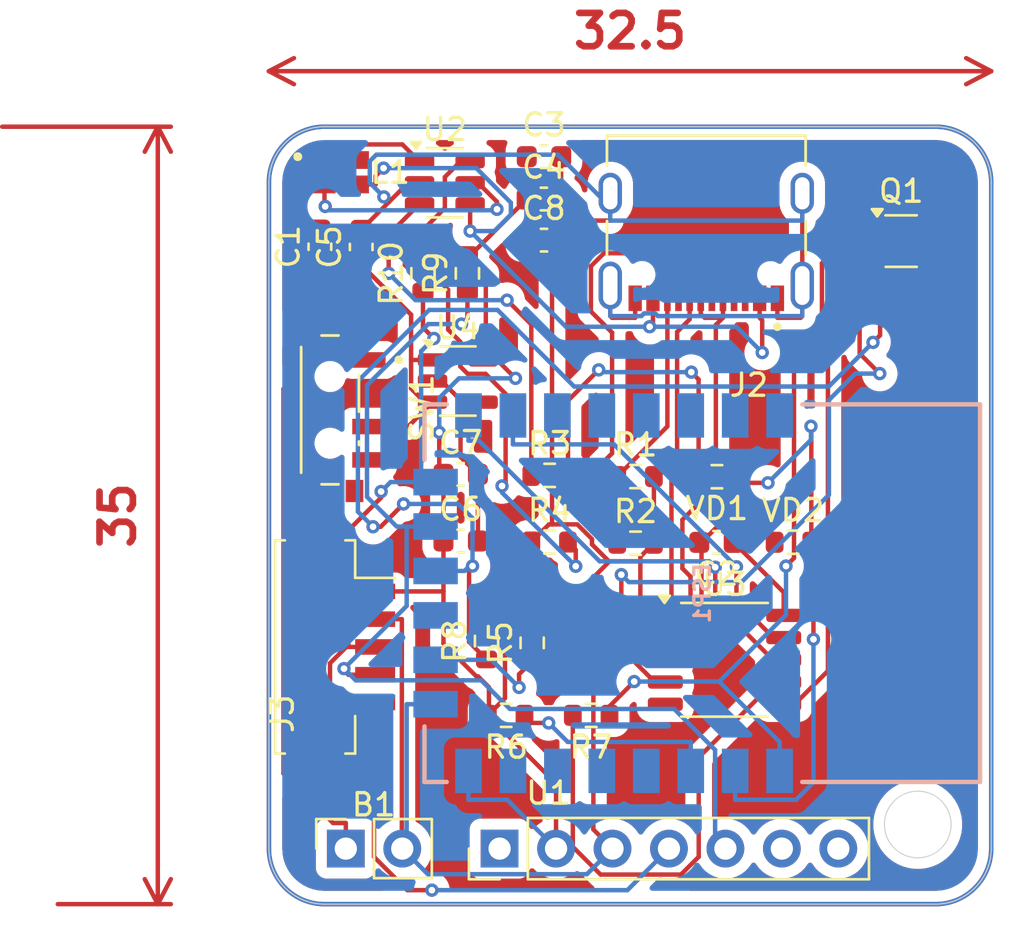
<source format=kicad_pcb>
(kicad_pcb (version 20241229) (generator "pcbnew") (generator_version "9.0")
  (layers (0 "F.Cu" signal) (2 "B.Cu" signal) (13 "F.Paste" user) (15 "B.Paste" user) (5 "F.SilkS" user "F.Silkscreen") (7 "B.SilkS" user "B.Silkscreen") (1 "F.Mask" user) (3 "B.Mask" user) (25 "Edge.Cuts" user))
  (net 0 "")
  (net 1 "BAT+")
  (net 2 "Net-(U3-V3)")
  (net 3 "+3V3")
  (net 4 "VIN")
  (net 5 "LED")
  (net 10 "ADC")
  (net 13 "EN")
  (net 14 "RST")
  (net 16 "SDA")
  (net 19 "SCL")
  (net 20 "GPIO0")
  (net 22 "TX")
  (net 23 "RX")
  (net 24 "GPIO15")
  (net 26 "G")
  (net 27 "R")
  (net 28 "DTR")
  (net 29 "RTS")
  (net 30 "Net-(J2-CC1)")
  (net 31 "Net-(J2-CC2)")
  (net 32 "BTS")
  (net 33 "Net-(U2-PROG)")
  (net 39 "DN")
  (net 40 "DP")
  (net 42 "GND")
  (net 43 "+5V")
  (footprint "Resistor_SMD:R_0603_1608Metric" (layer "F.Cu") (at 134.3461 118.2361 90)
    (property "Reference" "R5")
    (property "Value" "4.7k")
  )
  (footprint "Resistor_SMD:R_0603_1608Metric" (layer "F.Cu") (at 142.6594 110.7575 180)
    (property "Reference" "VD1")
    (property "Value" "220k")
  )
  (footprint "SlimeFootprints:SW_SSSS811101" (layer "F.Cu") (at 125.25 107.75 -90)
    (property "Reference" "SW1")
    (property "Value" "SW_SPDT")
  )
  (footprint "Connector_PinHeader_2.54mm:PinHeader_1x07_P2.54mm_Vertical" (layer "F.Cu") (at 132.88 127.5 90)
    (property "Reference" "U1")
    (property "Value" "ICM-45686")
  )
  (footprint "SlimeFootprints:KINGHELM_KH-TYPE-C-16P" (layer "F.Cu") (at 142.18 98 180)
    (property "Reference" "J2")
    (property "Value" "USB_C-16p")
  )
  (footprint "Capacitor_SMD:C_0603_1608Metric" (layer "F.Cu") (at 134.877 96.3489)
    (property "Reference" "C3")
    (property "Value" "100nF")
  )
  (footprint "Package_SO:SOIC-10_3.9x4.9mm_P1mm" (layer "F.Cu") (at 143 119)
    (property "Reference" "U3")
    (property "Value" "CH340K")
  )
  (footprint "Capacitor_SMD:C_0603_1608Metric" (layer "F.Cu") (at 131.1294 110.6512)
    (property "Reference" "C7")
    (property "Value" "100nF")
  )
  (footprint "Package_TO_SOT_SMD:TSOT-23-6" (layer "F.Cu") (at 130.4165 97.5228)
    (property "Reference" "U2")
    (property "Value" "TP4057")
  )
  (footprint "Capacitor_SMD:C_0603_1608Metric" (layer "F.Cu") (at 134.8779 100.1068)
    (property "Reference" "C8")
    (property "Value" "100nF")
  )
  (footprint "Capacitor_SMD:C_0603_1608Metric" (layer "F.Cu") (at 124.7933 100.4042 90)
    (property "Reference" "C1")
    (property "Value" "10uF")
  )
  (footprint "Resistor_SMD:R_0603_1608Metric" (layer "F.Cu") (at 146.0806 113.7069)
    (property "Reference" "VD2")
    (property "Value" "100k")
  )
  (footprint "Package_TO_SOT_SMD:SOT-23-5" (layer "F.Cu") (at 131 106.45)
    (property "Reference" "U4")
    (property "Value" "ME6211C33M5")
  )
  (footprint "Connector_Hirose:Hirose_DF13C_CL535-0405-0-51_1x05-1MP_P1.25mm_Vertical" (layer "F.Cu") (at 125.83 118.4213 -90)
    (property "Reference" "J3")
    (property "Value" "4P4C")
  )
  (footprint "Capacitor_SMD:C_0603_1608Metric" (layer "F.Cu") (at 126.6518 100.4149 90)
    (property "Reference" "C5")
    (property "Value" "1uF")
  )
  (footprint "Package_TO_SOT_SMD:SOT-363_SC-70-6" (layer "F.Cu") (at 150.95 100.15)
    (property "Reference" "Q1")
    (property "Value" "UMH3N")
  )
  (footprint "SlimeFootprints:LED_CLMVC-FKA-CG1H1A1BB7D3C3" (layer "F.Cu") (at 125.75 97.05)
    (property "Reference" "L1")
    (property "Value" "NH-B2020RGBA-HF" (hide yes))
  )
  (footprint "Capacitor_SMD:C_0603_1608Metric" (layer "F.Cu") (at 142.6397 113.7129 180)
    (property "Reference" "C2")
    (property "Value" "100nF")
  )
  (footprint "Resistor_SMD:R_0603_1608Metric" (layer "F.Cu") (at 129.4321 101.6024 90)
    (property "Reference" "R10")
    (property "Value" "4.7k")
  )
  (footprint "Resistor_SMD:R_0603_1608Metric" (layer "F.Cu") (at 135.1318 113.6976)
    (property "Reference" "R4")
    (property "Value" "3k")
  )
  (footprint "Resistor_SMD:R_0603_1608Metric" (layer "F.Cu") (at 135.1318 110.6976)
    (property "Reference" "R3")
    (property "Value" "180k")
  )
  (footprint "Capacitor_SMD:C_0603_1608Metric" (layer "F.Cu") (at 134.8725 98.2561)
    (property "Reference" "C4")
    (property "Value" "1uF")
  )
  (footprint "Resistor_SMD:R_0603_1608Metric" (layer "F.Cu") (at 138.9968 110.7516)
    (property "Reference" "R1")
    (property "Value" "5.1k")
  )
  (footprint "Resistor_SMD:R_0603_1608Metric" (layer "F.Cu") (at 133.175 121.5 180)
    (property "Reference" "R6")
    (property "Value" "4.7k")
  )
  (footprint "Resistor_SMD:R_0603_1608Metric" (layer "F.Cu") (at 131.4321 101.6024 90)
    (property "Reference" "R9")
    (property "Value" "4.7k")
  )
  (footprint "Resistor_SMD:R_0603_1608Metric" (layer "F.Cu") (at 138.9968 113.7516)
    (property "Reference" "R2")
    (property "Value" "5.1k")
  )
  (footprint "Resistor_SMD:R_0603_1608Metric" (layer "F.Cu") (at 137 121.5 180)
    (property "Reference" "R7")
    (property "Value" "4.7k")
  )
  (footprint "Capacitor_SMD:C_0603_1608Metric" (layer "F.Cu") (at 131.1294 113.6512)
    (property "Reference" "C6")
    (property "Value" "1uF")
  )
  (footprint "Resistor_SMD:R_0603_1608Metric" (layer "F.Cu") (at 132.2921 118.1586 90)
    (property "Reference" "R8")
    (property "Value" "4.7k")
  )
  (footprint "Connector_PinSocket_2.54mm:PinSocket_1x02_P2.54mm_Vertical" (layer "F.Cu") (at 125.96 127.5 90)
    (property "Reference" "B1")
    (property "Value" "HDR-M-2.54_1x2" (hide yes))
  )
  (footprint "SlimeFootprints:ESP-12F" (layer "B.Cu") (at 142 116 90)
    (property "Reference" "ESP1")
    (property "Value" "~")
  )
  (gr_line (start 150 130) (end 125 130) (stroke (width 0.2)) (layer "F.Cu"))
  (gr_line (start 125 95) (end 150 95) (stroke (width 0.2)) (layer "F.Cu"))
  (gr_arc (start 122.5 97.5) (mid 123.232233 95.732233) (end 125 95) (stroke (width 0.2)) (layer "F.Cu"))
  (gr_line (start 155 97.5) (end 155 127.5) (stroke (width 0.2)) (layer "F.Cu"))
  (gr_line (start 122.5 127.5) (end 122.5 97.5) (stroke (width 0.2)) (layer "F.Cu"))
  (gr_line (start 150 130) (end 152.5 130) (stroke (width 0.2)) (layer "F.Cu"))
  (gr_arc (start 152.5 95) (mid 154.267767 95.732233) (end 155 97.5) (stroke (width 0.2)) (layer "F.Cu"))
  (gr_line (start 150 95) (end 152.5 95) (stroke (width 0.2)) (layer "F.Cu"))
  (gr_arc (start 125 130) (mid 123.232233 129.267767) (end 122.5 127.5) (stroke (width 0.2)) (layer "F.Cu"))
  (gr_arc (start 155 127.5) (mid 154.267767 129.267767) (end 152.5 130) (stroke (width 0.2)) (layer "F.Cu"))
  (gr_line (start 125 130) (end 152.5 130) (stroke (width 0.2)) (layer "B.Cu"))
  (gr_line (start 122.5 127.5) (end 122.5 97.5) (stroke (width 0.2)) (layer "B.Cu"))
  (gr_arc (start 122.5 97.5) (mid 123.232233 95.732233) (end 125 95) (stroke (width 0.2)) (layer "B.Cu"))
  (gr_arc (start 155 127.5) (mid 154.267767 129.267767) (end 152.5 130) (stroke (width 0.2)) (layer "B.Cu"))
  (gr_arc (start 152.5 95) (mid 154.267767 95.732233) (end 155 97.5) (stroke (width 0.2)) (layer "B.Cu"))
  (gr_line (start 155 97.5) (end 155 127.5) (stroke (width 0.2)) (layer "B.Cu"))
  (gr_arc (start 125 130) (mid 123.232233 129.267767) (end 122.5 127.5) (stroke (width 0.2)) (layer "B.Cu"))
  (gr_line (start 125 95) (end 152.5 95) (stroke (width 0.2)) (layer "B.Cu"))
  (gr_arc (start 122.5 97.5) (mid 123.232233 95.732233) (end 125 95) (stroke (width 0.05)) (layer "Edge.Cuts"))
  (gr_circle (center 151.695025 126.414151) (end 153.195025 126.414151) (stroke (width 0.05)) (fill no) (layer "Edge.Cuts"))
  (gr_line (start 125 130) (end 152.5 130) (stroke (width 0.05)) (layer "Edge.Cuts"))
  (gr_line (start 152.5 95) (end 125 95) (stroke (width 0.05)) (layer "Edge.Cuts"))
  (gr_arc (start 155 127.5) (mid 154.267767 129.267767) (end 152.5 130) (stroke (width 0.05)) (layer "Edge.Cuts"))
  (gr_line (start 122.5 97.5) (end 122.5 127.5) (stroke (width 0.05)) (layer "Edge.Cuts"))
  (gr_arc (start 125 130) (mid 123.232233 129.267767) (end 122.5 127.5) (stroke (width 0.05)) (layer "Edge.Cuts"))
  (gr_arc (start 152.5 95) (mid 154.267767 95.732233) (end 155 97.5) (stroke (width 0.05)) (layer "Edge.Cuts"))
  (gr_line (start 155 127.5) (end 155 97.5) (stroke (width 0.05)) (layer "Edge.Cuts"))
  (dimension (type orthogonal) (layer "F.Cu") (pts (xy 110 95) (xy 112.5 130)) (height 7.5) (orientation 1) (format (prefix "") (suffix "") (units 3) (units_format 0) (precision 4) (suppress_zeroes yes)) (style (thickness 0.2) (arrow_length 1.27) (text_position_mode 0) (arrow_direction outward) (extension_height 0.58642) (extension_offset 0.5) (keep_text_aligned yes)) (gr_text "35" (at 115.7 112.5 90) (layer "F.Cu") (effects (font (size 1.5 1.5) (thickness 0.3)))))
  (dimension (type orthogonal) (layer "F.Cu") (pts (xy 155 92.5) (xy 122.5 92.5)) (height 0) (orientation 0) (format (prefix "") (suffix "") (units 3) (units_format 0) (precision 4) (suppress_zeroes yes)) (style (thickness 0.2) (arrow_length 1.27) (text_position_mode 0) (arrow_direction outward) (extension_height 0.58642) (extension_offset 0.5) (keep_text_aligned yes)) (gr_text "32.5" (at 138.75 90.7 0) (layer "F.Cu") (effects (font (size 1.5 1.5) (thickness 0.3)))))
  (segment (start 126.1845 100.4149) (end 127.3369 100.4149) (width 0.2) (layer "F.Cu") (net 1))
  (segment (start 125.1867 101.6459) (end 125.1867 101.5726) (width 0.2) (layer "F.Cu") (net 1))
  (segment (start 123.155 106.8038) (end 125.1867 104.7721) (width 0.2) (layer "F.Cu") (net 1))
  (segment (start 126.925 105.5) (end 125.9483 105.5) (width 0.2) (layer "F.Cu") (net 1))
  (segment (start 125.1867 101.6459) (end 125.1867 101.4127) (width 0.2) (layer "F.Cu") (net 1))
  (segment (start 125.2204 104.7721) (end 125.1867 104.7721) (width 0.2) (layer "F.Cu") (net 1))
  (segment (start 127.8889 100.9669) (end 127.8889 101.6019) (width 0.2) (layer "F.Cu") (net 1))
  (segment (start 126.925 105.5) (end 127 105.5) (width 0.2) (layer "F.Cu") (net 1))
  (segment (start 127.3369 100.4149) (end 127.8889 100.9669) (width 0.2) (layer "F.Cu") (net 1))
  (segment (start 123.155 124.1191) (end 123.155 106.8038) (width 0.2) (layer "F.Cu") (net 1))
  (segment (start 125.1867 104.7721) (end 125.1867 101.6459) (width 0.2) (layer "F.Cu") (net 1))
  (segment (start 125.96 127.5) (end 125.96 126.3483) (width 0.2) (layer "F.Cu") (net 1))
  (segment (start 125.1867 101.4127) (end 126.1845 100.4149) (width 0.2) (layer "F.Cu") (net 1))
  (segment (start 134.3068 103.9014) (end 134.3068 110.6976) (width 0.2) (layer "F.Cu") (net 1))
  (segment (start 125.3842 126.3483) (end 123.155 124.1191) (width 0.2) (layer "F.Cu") (net 1))
  (segment (start 125.1867 101.5726) (end 124.7933 101.1792) (width 0.2) (layer "F.Cu") (net 1))
  (segment (start 127.3369 100.4149) (end 129.279 98.4728) (width 0.2) (layer "F.Cu") (net 1))
  (segment (start 133.2163 102.8109) (end 134.3068 103.9014) (width 0.2) (layer "F.Cu") (net 1))
  (segment (start 125.96 126.3483) (end 125.3842 126.3483) (width 0.2) (layer "F.Cu") (net 1))
  (segment (start 125.9483 105.5) (end 125.2204 104.7721) (width 0.2) (layer "F.Cu") (net 1))
  (via (at 127.8889 101.6019) (size 0.6) (drill 0.3) (layers "F.Cu" "B.Cu") (net 1))
  (via (at 133.2163 102.8109) (size 0.6) (drill 0.3) (layers "F.Cu" "B.Cu") (net 1))
  (segment (start 127.8889 101.6019) (end 129.0979 102.8109) (width 0.2) (layer "B.Cu") (net 1))
  (segment (start 129.0979 102.8109) (end 133.2163 102.8109) (width 0.2) (layer "B.Cu") (net 1))
  (segment (start 143.4147 113.7129) (end 145.6625 115.9607) (width 0.2) (layer "F.Cu") (net 2))
  (segment (start 145.6625 115.9607) (end 145.6625 117) (width 0.2) (layer "F.Cu") (net 2))
  (segment (start 128.4817 115.9213) (end 130.3544 115.9213) (width 0.2) (layer "F.Cu") (net 3))
  (segment (start 141.0401 128.6685) (end 141.8392 127.8694) (width 0.2) (layer "F.Cu") (net 3))
  (segment (start 133.1211 120.7289) (end 132.35 121.5) (width 0.2) (layer "F.Cu") (net 3))
  (segment (start 131.8316 119.7443) (end 130.3544 118.2671) (width 0.2) (layer "F.Cu") (net 3))
  (segment (start 141.8392 123.3953) (end 145.2345 120) (width 0.2) (layer "F.Cu") (net 3))
  (segment (start 130.3544 115.9213) (end 130.3544 113.6512) (width 0.2) (layer "F.Cu") (net 3))
  (segment (start 132.35 121.5) (end 132.4003 121.4497) (width 0.2) (layer "F.Cu") (net 3))
  (segment (start 136.175 121.5) (end 136.175 127.42) (width 0.2) (layer "F.Cu") (net 3))
  (segment (start 132.2593 105.3782) (end 132.1375 105.5) (width 0.2) (layer "F.Cu") (net 3))
  (segment (start 134.102 96.3489) (end 134.0975 96.3534) (width 0.2) (layer "F.Cu") (net 3))
  (segment (start 130.3544 110.6512) (end 130.1646 110.4614) (width 0.2) (layer "F.Cu") (net 3))
  (segment (start 132.7657 105.5) (end 132.1375 105.5) (width 0.2) (layer "F.Cu") (net 3))
  (segment (start 127.28 115.9213) (end 128.4817 115.9213) (width 0.2) (layer "F.Cu") (net 3))
  (segment (start 131.5042 100.8494) (end 132.2593 101.6046) (width 0.2) (layer "F.Cu") (net 3))
  (segment (start 133.594 106.3283) (end 132.7657 105.5) (width 0.2) (layer "F.Cu") (net 3))
  (segment (start 131.9093 119.7443) (end 131.8316 119.7443) (width 0.2) (layer "F.Cu") (net 3))
  (segment (start 136.175 127.42) (end 137.4235 128.6685) (width 0.2) (layer "F.Cu") (net 3))
  (segment (start 134.0975 98.2561) (end 131.5042 100.8494) (width 0.2) (layer "F.Cu") (net 3))
  (segment (start 130.1646 110.4614) (end 130.1646 108.7604) (width 0.2) (layer "F.Cu") (net 3))
  (segment (start 130.3544 113.6512) (end 130.3544 110.6512) (width 0.2) (layer "F.Cu") (net 3))
  (segment (start 135.42 127.5) (end 135.42 124.57) (width 0.2) (layer "F.Cu") (net 3))
  (segment (start 141.8392 127.8694) (end 141.8392 123.3953) (width 0.2) (layer "F.Cu") (net 3))
  (segment (start 132.2593 101.6046) (end 132.2593 105.3782) (width 0.2) (layer "F.Cu") (net 3))
  (segment (start 145.2345 120) (end 145.6625 120) (width 0.2) (layer "F.Cu") (net 3))
  (segment (start 130.3544 118.2671) (end 130.3544 115.9213) (width 0.2) (layer "F.Cu") (net 3))
  (segment (start 134.0975 98.2561) (end 134.1029 98.2615) (width 0.2) (layer "F.Cu") (net 3))
  (segment (start 135.5 127.42) (end 136.175 127.42) (width 0.2) (layer "F.Cu") (net 3))
  (segment (start 131.5042 100.8494) (end 131.4321 100.7774) (width 0.2) (layer "F.Cu") (net 3))
  (segment (start 135.42 127.5) (end 135.5 127.42) (width 0.2) (layer "F.Cu") (net 3))
  (segment (start 137.4235 128.6685) (end 141.0401 128.6685) (width 0.2) (layer "F.Cu") (net 3))
  (segment (start 132.4003 120.2353) (end 131.9093 119.7443) (width 0.2) (layer "F.Cu") (net 3))
  (segment (start 132.4003 121.4497) (end 132.4003 120.2353) (width 0.2) (layer "F.Cu") (net 3))
  (segment (start 134.1029 98.2615) (end 134.1029 100.1068) (width 0.2) (layer "F.Cu") (net 3))
  (segment (start 132.2921 117.3336) (end 133.1211 118.1626) (width 0.2) (layer "F.Cu") (net 3))
  (segment (start 135.42 124.57) (end 132.35 121.5) (width 0.2) (layer "F.Cu") (net 3))
  (segment (start 133.1211 118.1626) (end 133.1211 120.7289) (width 0.2) (layer "F.Cu") (net 3))
  (segment (start 129.4321 100.7774) (end 131.4321 100.7774) (width 0.2) (layer "F.Cu") (net 3))
  (segment (start 134.0975 96.3534) (end 134.0975 98.2561) (width 0.2) (layer "F.Cu") (net 3))
  (via (at 133.594 106.3283) (size 0.6) (drill 0.3) (layers "F.Cu" "B.Cu") (net 3))
  (via (at 130.1646 108.7604) (size 0.6) (drill 0.3) (layers "F.Cu" "B.Cu") (net 3))
  (segment (start 130.1646 108.7604) (end 130.1646 107.2149) (width 0.2) (layer "B.Cu") (net 3))
  (segment (start 130.1646 107.2149) (end 131.0512 106.3283) (width 0.2) (layer "B.Cu") (net 3))
  (segment (start 131.48 124) (end 131.48 125.3017) (width 0.2) (layer "B.Cu") (net 3))
  (segment (start 133.2217 125.3017) (end 135.42 127.5) (width 0.2) (layer "B.Cu") (net 3))
  (segment (start 131.0512 106.3283) (end 133.594 106.3283) (width 0.2) (layer "B.Cu") (net 3))
  (segment (start 131.48 125.3017) (end 133.2217 125.3017) (width 0.2) (layer "B.Cu") (net 3))
  (segment (start 127 108.5) (end 128.7625 108.5) (width 0.2) (layer "F.Cu") (net 4))
  (segment (start 129.8625 107.4) (end 129.5103 107.4) (width 0.2) (layer "F.Cu") (net 4))
  (segment (start 126.6518 101.1899) (end 126.6518 101.2156) (width 0.2) (layer "F.Cu") (net 4))
  (segment (start 129.5103 107.4) (end 128.8977 106.7874) (width 0.2) (layer "F.Cu") (net 4))
  (segment (start 128.7625 108.5) (end 129.8625 107.4) (width 0.2) (layer "F.Cu") (net 4))
  (segment (start 128.8977 103.4615) (end 128.8977 105.5) (width 0.2) (layer "F.Cu") (net 4))
  (segment (start 126.6518 101.2156) (end 128.8977 103.4615) (width 0.2) (layer "F.Cu") (net 4))
  (segment (start 128.8977 106.7874) (end 128.8977 105.5) (width 0.2) (layer "F.Cu") (net 4))
  (segment (start 129.8625 105.5) (end 128.8977 105.5) (width 0.2) (layer "F.Cu") (net 4))
  (segment (start 146.8901 108.4854) (end 146.9056 108.5009) (width 0.2) (layer "F.Cu") (net 10))
  (segment (start 146.9056 108.5009) (end 146.9056 113.7069) (width 0.2) (layer "F.Cu") (net 10))
  (segment (start 147.0019 113.8032) (end 146.9056 113.7069) (width 0.2) (layer "F.Cu") (net 10))
  (segment (start 143.4844 110.7575) (end 143.7598 111.0329) (width 0.2) (layer "F.Cu") (net 10))
  (segment (start 147.0019 118.077) (end 147.0019 113.8032) (width 0.2) (layer "F.Cu") (net 10))
  (segment (start 143.7598 111.0329) (end 144.9561 111.0329) (width 0.2) (layer "F.Cu") (net 10))
  (via (at 147.0019 118.077) (size 0.6) (drill 0.3) (layers "F.Cu" "B.Cu") (net 10))
  (via (at 146.8901 108.4854) (size 0.6) (drill 0.3) (layers "F.Cu" "B.Cu") (net 10))
  (via (at 144.9561 111.0329) (size 0.6) (drill 0.3) (layers "F.Cu" "B.Cu") (net 10))
  (segment (start 146.8901 109.0989) (end 146.8901 108.4854) (width 0.2) (layer "B.Cu") (net 10))
  (segment (start 144.9561 111.0329) (end 146.8901 109.0989) (width 0.2) (layer "B.Cu") (net 10))
  (segment (start 146.2166 125.3017) (end 147.0019 124.5164) (width 0.2) (layer "B.Cu") (net 10))
  (segment (start 147.0019 124.5164) (end 147.0019 118.077) (width 0.2) (layer "B.Cu") (net 10))
  (segment (start 143.48 124) (end 143.48 125.3017) (width 0.2) (layer "B.Cu") (net 10))
  (segment (start 143.48 125.3017) (end 146.2166 125.3017) (width 0.2) (layer "B.Cu") (net 10))
  (segment (start 135.0875 121.842) (end 134.342 121.842) (width 0.2) (layer "F.Cu") (net 13))
  (segment (start 134.342 121.842) (end 134 121.5) (width 0.2) (layer "F.Cu") (net 13))
  (via (at 135.0875 121.842) (size 0.6) (drill 0.3) (layers "F.Cu" "B.Cu") (net 13))
  (segment (start 135.9438 122.6983) (end 135.0875 121.842) (width 0.2) (layer "B.Cu") (net 13))
  (segment (start 141.48 122.6983) (end 135.9438 122.6983) (width 0.2) (layer "B.Cu") (net 13))
  (segment (start 141.48 124) (end 141.48 122.6983) (width 0.2) (layer "B.Cu") (net 13))
  (segment (start 146.1269 105.1048) (end 146.1269 114.4195) (width 0.2) (layer "F.Cu") (net 14))
  (segment (start 147.3831 101.1415) (end 147.3831 103.8486) (width 0.2) (layer "F.Cu") (net 14))
  (segment (start 151.3851 98.9851) (end 149.5395 98.9851) (width 0.2) (layer "F.Cu") (net 14))
  (segment (start 146.1269 114.4195) (end 145.7661 114.7803) (width 0.2) (layer "F.Cu") (net 14))
  (segment (start 151.9 99.5) (end 151.3851 98.9851) (width 0.2) (layer "F.Cu") (net 14))
  (segment (start 149.5395 98.9851) (end 147.3831 101.1415) (width 0.2) (layer "F.Cu") (net 14))
  (segment (start 137.825 121.5) (end 137.825 121.0905) (width 0.2) (layer "F.Cu") (net 14))
  (segment (start 147.3831 103.8486) (end 146.1269 105.1048) (width 0.2) (layer "F.Cu") (net 14))
  (segment (start 137.825 121.0905) (end 138.9358 119.9797) (width 0.2) (layer "F.Cu") (net 14))
  (via (at 138.9358 119.9797) (size 0.6) (drill 0.3) (layers "F.Cu" "B.Cu") (net 14))
  (via (at 145.7661 114.7803) (size 0.6) (drill 0.3) (layers "F.Cu" "B.Cu") (net 14))
  (segment (start 138.9358 119.9797) (end 142.3478 119.9797) (width 0.2) (layer "B.Cu") (net 14))
  (segment (start 142.3891 119.9797) (end 142.7614 119.9797) (width 0.2) (layer "B.Cu") (net 14))
  (segment (start 145.7661 116.975) (end 145.7661 114.7803) (width 0.2) (layer "B.Cu") (net 14))
  (segment (start 145.48 124) (end 145.48 122.6983) (width 0.2) (layer "B.Cu") (net 14))
  (segment (start 142.7614 119.9797) (end 145.48 122.6983) (width 0.2) (layer "B.Cu") (net 14))
  (segment (start 142.7614 119.9797) (end 145.7661 116.975) (width 0.2) (layer "B.Cu") (net 14))
  (segment (start 142.3478 119.9797) (end 142.3891 119.9797) (width 0.2) (layer "B.Cu") (net 14))
  (segment (start 125.878 119.471) (end 125.878 119.3979) (width 0.2) (layer "F.Cu") (net 16))
  (segment (start 131.4321 103.6203) (end 131.1664 103.886) (width 0.2) (layer "F.Cu") (net 16))
  (segment (start 127.28 119.6713) (end 126.0783 119.6713) (width 0.2) (layer "F.Cu") (net 16))
  (segment (start 126.0783 119.6713) (end 125.878 119.471) (width 0.2) (layer "F.Cu") (net 16))
  (segment (start 131.4321 102.4274) (end 131.4321 103.6203) (width 0.2) (layer "F.Cu") (net 16))
  (via (at 131.1664 103.886) (size 0.6) (drill 0.3) (layers "F.Cu" "B.Cu") (net 16))
  (via (at 125.878 119.3979) (size 0.6) (drill 0.3) (layers "F.Cu" "B.Cu") (net 16))
  (segment (start 143.04 127.5) (end 142.5771 127.0371) (width 0.2) (layer "B.Cu") (net 16))
  (segment (start 128.6983 113) (end 128.6983 116.576) (width 0.2) (layer "B.Cu") (net 16))
  (segment (start 142.5771 127.0371) (end 142.5771 123.0557) (width 0.2) (layer "B.Cu") (net 16))
  (segment (start 142.5771 123.0557) (end 140.7345 121.2131) (width 0.2) (layer "B.Cu") (net 16))
  (segment (start 125.878 119.3963) (end 125.878 119.3979) (width 0.2) (layer "B.Cu") (net 16))
  (segment (start 129.6691 103.886) (end 131.1664 103.886) (width 0.2) (layer "B.Cu") (net 16))
  (segment (start 128.6983 113) (end 128.2481 113) (width 0.2) (layer "B.Cu") (net 16))
  (segment (start 128.2481 113) (end 126.9133 111.6652) (width 0.2) (layer "B.Cu") (net 16))
  (segment (start 133.3414 121.2131) (end 132.0507 119.9224) (width 0.2) (layer "B.Cu") (net 16))
  (segment (start 140.7345 121.2131) (end 133.3414 121.2131) (width 0.2) (layer "B.Cu") (net 16))
  (segment (start 130 113) (end 128.6983 113) (width 0.2) (layer "B.Cu") (net 16))
  (segment (start 132.0507 119.9224) (end 126.4041 119.9224) (width 0.2) (layer "B.Cu") (net 16))
  (segment (start 126.4041 119.9224) (end 125.878 119.3963) (width 0.2) (layer "B.Cu") (net 16))
  (segment (start 126.9133 111.6652) (end 126.9133 106.6418) (width 0.2) (layer "B.Cu") (net 16))
  (segment (start 128.6983 116.576) (end 125.878 119.3963) (width 0.2) (layer "B.Cu") (net 16))
  (segment (start 126.9133 106.6418) (end 129.6691 103.886) (width 0.2) (layer "B.Cu") (net 16))
  (segment (start 129.4321 104.0413) (end 129.9238 104.533) (width 0.2) (layer "F.Cu") (net 19))
  (segment (start 125.9817 121.0458) (end 125.9817 123.6285) (width 0.2) (layer "F.Cu") (net 19))
  (segment (start 127.28 118.4213) (end 126.1782 118.4213) (width 0.2) (layer "F.Cu") (net 19))
  (segment (start 125.9829 118.4213) (end 125.249 119.1552) (width 0.2) (layer "F.Cu") (net 19))
  (segment (start 128.7264 129.3708) (end 129.832 129.3708) (width 0.2) (layer "F.Cu") (net 19))
  (segment (start 127.2282 124.875) (end 127.2282 127.8726) (width 0.2) (layer "F.Cu") (net 19))
  (segment (start 125.9817 123.6285) (end 127.2282 124.875) (width 0.2) (layer "F.Cu") (net 19))
  (segment (start 126.0783 118.4213) (end 126.0783 113.1673) (width 0.2) (layer "F.Cu") (net 19))
  (segment (start 127.5478 111.6978) (end 127.5478 111.4248) (width 0.2) (layer "F.Cu") (net 19))
  (segment (start 129.4321 102.4274) (end 129.4321 104.0413) (width 0.2) (layer "F.Cu") (net 19))
  (segment (start 125.249 120.3131) (end 125.9817 121.0458) (width 0.2) (layer "F.Cu") (net 19))
  (segment (start 126.1782 118.4213) (end 126.0783 118.4213) (width 0.2) (layer "F.Cu") (net 19))
  (segment (start 126.0783 113.1673) (end 127.5478 111.6978) (width 0.2) (layer "F.Cu") (net 19))
  (segment (start 126.0783 118.4213) (end 125.9829 118.4213) (width 0.2) (layer "F.Cu") (net 19))
  (segment (start 127.2282 127.8726) (end 128.7264 129.3708) (width 0.2) (layer "F.Cu") (net 19))
  (segment (start 125.249 119.1552) (end 125.249 120.3131) (width 0.2) (layer "F.Cu") (net 19))
  (via (at 129.9238 104.533) (size 0.6) (drill 0.3) (layers "F.Cu" "B.Cu") (net 19))
  (via (at 127.5478 111.4248) (size 0.6) (drill 0.3) (layers "F.Cu" "B.Cu") (net 19))
  (via (at 129.832 129.3708) (size 0.6) (drill 0.3) (layers "F.Cu" "B.Cu") (net 19))
  (segment (start 129.832 129.3708) (end 138.6292 129.3708) (width 0.2) (layer "B.Cu") (net 19))
  (segment (start 129.6746 111) (end 129.3492 111) (width 0.2) (layer "B.Cu") (net 19))
  (segment (start 128.6983 111) (end 127.9726 111) (width 0.2) (layer "B.Cu") (net 19))
  (segment (start 129.9238 104.533) (end 129.3492 105.1076) (width 0.2) (layer "B.Cu") (net 19))
  (segment (start 129.3492 111) (end 128.6983 111) (width 0.2) (layer "B.Cu") (net 19))
  (segment (start 127.9726 111) (end 127.5478 111.4248) (width 0.2) (layer "B.Cu") (net 19))
  (segment (start 138.6292 129.3708) (end 140.5 127.5) (width 0.2) (layer "B.Cu") (net 19))
  (segment (start 129.6746 111) (end 130 111) (width 0.2) (layer "B.Cu") (net 19))
  (segment (start 129.3492 105.1076) (end 129.3492 111) (width 0.2) (layer "B.Cu") (net 19))
  (segment (start 127.529 113.0105) (end 127.1841 113.0105) (width 0.2) (layer "F.Cu") (net 20))
  (segment (start 150 104.3897) (end 150 100.8) (width 0.2) (layer "F.Cu") (net 20))
  (segment (start 131.506 114.9354) (end 131.6614 114.78) (width 0.2) (layer "F.Cu") (net 20))
  (segment (start 149.6809 104.7088) (end 150 104.3897) (width 0.2) (layer "F.Cu") (net 20))
  (segment (start 131.506 118.1975) (end 131.506 114.9354) (width 0.2) (layer "F.Cu") (net 20))
  (segment (start 132.2921 118.9836) (end 131.506 118.1975) (width 0.2) (layer "F.Cu") (net 20))
  (segment (start 128.5566 111.9829) (end 127.529 113.0105) (width 0.2) (layer "F.Cu") (net 20))
  (via (at 131.6614 114.78) (size 0.6) (drill 0.3) (layers "F.Cu" "B.Cu") (net 20))
  (via (at 127.1841 113.0105) (size 0.6) (drill 0.3) (layers "F.Cu" "B.Cu") (net 20))
  (via (at 149.6809 104.7088) (size 0.6) (drill 0.3) (layers "F.Cu" "B.Cu") (net 20))
  (via (at 128.5566 111.9829) (size 0.6) (drill 0.3) (layers "F.Cu" "B.Cu") (net 20))
  (segment (start 131.5217 114.78) (end 131.6614 114.78) (width 0.2) (layer "B.Cu") (net 20))
  (segment (start 131.3017 115) (end 131.5217 114.78) (width 0.2) (layer "B.Cu") (net 20))
  (segment (start 129.7108 103.2484) (end 132.7854 103.2484) (width 0.2) (layer "B.Cu") (net 20))
  (segment (start 126.5044 112.3308) (end 126.5044 106.4548) (width 0.2) (layer "B.Cu") (net 20))
  (segment (start 131.0175 111.9829) (end 131.6614 112.6268) (width 0.2) (layer "B.Cu") (net 20))
  (segment (start 126.5044 106.4548) (end 129.7108 103.2484) (width 0.2) (layer "B.Cu") (net 20))
  (segment (start 131.6614 112.6268) (end 131.6614 114.78) (width 0.2) (layer "B.Cu") (net 20))
  (segment (start 136.2342 106.6972) (end 147.6925 106.6972) (width 0.2) (layer "B.Cu") (net 20))
  (segment (start 147.6925 106.6972) (end 149.6809 104.7088) (width 0.2) (layer "B.Cu") (net 20))
  (segment (start 130 115) (end 131.3017 115) (width 0.2) (layer "B.Cu") (net 20))
  (segment (start 132.7854 103.2484) (end 136.2342 106.6972) (width 0.2) (layer "B.Cu") (net 20))
  (segment (start 127.1841 113.0105) (end 126.5044 112.3308) (width 0.2) (layer "B.Cu") (net 20))
  (segment (start 128.5566 111.9829) (end 131.0175 111.9829) (width 0.2) (layer "B.Cu") (net 20))
  (segment (start 145.6625 118) (end 145.1972 118) (width 0.2) (layer "F.Cu") (net 22))
  (segment (start 143.5376 116.3404) (end 143.5376 114.8109) (width 0.2) (layer "F.Cu") (net 22))
  (segment (start 145.1972 118) (end 143.5376 116.3404) (width 0.2) (layer "F.Cu") (net 22))
  (via (at 143.5376 114.8109) (size 0.6) (drill 0.3) (layers "F.Cu" "B.Cu") (net 22))
  (segment (start 133.48 109.3017) (end 138.0284 109.3017) (width 0.2) (layer "B.Cu") (net 22))
  (segment (start 133.48 108) (end 133.48 109.3017) (width 0.2) (layer "B.Cu") (net 22))
  (segment (start 138.0284 109.3017) (end 143.5376 114.8109) (width 0.2) (layer "B.Cu") (net 22))
  (segment (start 145.6625 119) (end 145.1798 119) (width 0.2) (layer "F.Cu") (net 23))
  (segment (start 145.1798 119) (end 142.5827 116.4029) (width 0.2) (layer "F.Cu") (net 23))
  (segment (start 142.5827 116.4029) (end 142.5827 114.8321) (width 0.2) (layer "F.Cu") (net 23))
  (segment (start 142.5827 114.8321) (end 142.5826 114.8321) (width 0.2) (layer "F.Cu") (net 23))
  (via (at 142.5826 114.8321) (size 0.6) (drill 0.3) (layers "F.Cu" "B.Cu") (net 23))
  (segment (start 131.48 108) (end 131.48 109.1354) (width 0.2) (layer "B.Cu") (net 23))
  (segment (start 137.3813 114.5659) (end 131.9508 109.1354) (width 0.2) (layer "B.Cu") (net 23))
  (segment (start 142.3164 114.5659) (end 137.3813 114.5659) (width 0.2) (layer "B.Cu") (net 23))
  (segment (start 142.5826 114.8321) (end 142.3164 114.5659) (width 0.2) (layer "B.Cu") (net 23))
  (segment (start 131.9508 109.1354) (end 131.48 109.1354) (width 0.2) (layer "B.Cu") (net 23))
  (segment (start 133.7562 119.651) (end 133.7562 120.243) (width 0.2) (layer "F.Cu") (net 24))
  (segment (start 134.3461 119.0611) (end 133.7562 119.651) (width 0.2) (layer "F.Cu") (net 24))
  (via (at 133.7562 120.243) (size 0.6) (drill 0.3) (layers "F.Cu" "B.Cu") (net 24))
  (segment (start 132.5132 119) (end 130 119) (width 0.2) (layer "B.Cu") (net 24))
  (segment (start 133.7562 120.243) (end 132.5132 119) (width 0.2) (layer "B.Cu") (net 24))
  (segment (start 125.0331 98.5891) (end 125 98.556) (width 0.2) (layer "F.Cu") (net 26))
  (segment (start 131.9062 97.5228) (end 132.7617 98.3783) (width 0.2) (layer "F.Cu") (net 26))
  (segment (start 125 98.556) (end 125 97.6) (width 0.2) (layer "F.Cu") (net 26))
  (segment (start 131.554 97.5228) (end 131.9062 97.5228) (width 0.2) (layer "F.Cu") (net 26))
  (segment (start 132.7617 98.3783) (end 132.7617 98.7181) (width 0.2) (layer "F.Cu") (net 26))
  (via (at 132.7617 98.7181) (size 0.6) (drill 0.3) (layers "F.Cu" "B.Cu") (net 26))
  (via (at 125.0331 98.5891) (size 0.6) (drill 0.3) (layers "F.Cu" "B.Cu") (net 26))
  (segment (start 132.7173 98.7625) (end 132.7617 98.7181) (width 0.2) (layer "B.Cu") (net 26))
  (segment (start 125.0331 98.5891) (end 125.2065 98.7625) (width 0.2) (layer "B.Cu") (net 26))
  (segment (start 125.2065 98.7625) (end 132.7173 98.7625) (width 0.2) (layer "B.Cu") (net 26))
  (segment (start 129.279 96.5728) (end 128.5045 95.7983) (width 0.2) (layer "F.Cu") (net 27))
  (segment (start 128.5045 95.7983) (end 125 95.7983) (width 0.2) (layer "F.Cu") (net 27))
  (segment (start 125 96.5) (end 125 95.7983) (width 0.2) (layer "F.Cu") (net 27))
  (segment (start 149.6979 100.15) (end 149.0792 100.7687) (width 0.2) (layer "F.Cu") (net 28))
  (segment (start 138.3574 115.1676) (end 138.3574 118.4987) (width 0.2) (layer "F.Cu") (net 28))
  (segment (start 150 100.15) (end 149.6979 100.15) (width 0.2) (layer "F.Cu") (net 28))
  (segment (start 149.0792 105.2096) (end 149.9844 106.1148) (width 0.2) (layer "F.Cu") (net 28))
  (segment (start 151.9 100.8) (end 151.2685 100.8) (width 0.2) (layer "F.Cu") (net 28))
  (segment (start 151.2685 100.8) (end 150.6185 100.15) (width 0.2) (layer "F.Cu") (net 28))
  (segment (start 139.8587 120) (end 140.3375 120) (width 0.2) (layer "F.Cu") (net 28))
  (segment (start 150.6185 100.15) (end 150 100.15) (width 0.2) (layer "F.Cu") (net 28))
  (segment (start 149.0792 100.7687) (end 149.0792 105.2096) (width 0.2) (layer "F.Cu") (net 28))
  (segment (start 138.3574 118.4987) (end 139.8587 120) (width 0.2) (layer "F.Cu") (net 28))
  (via (at 149.9844 106.1148) (size 0.6) (drill 0.3) (layers "F.Cu" "B.Cu") (net 28))
  (via (at 138.3574 115.1676) (size 0.6) (drill 0.3) (layers "F.Cu" "B.Cu") (net 28))
  (segment (start 147.6977 111.5728) (end 143.7674 115.5031) (width 0.2) (layer "B.Cu") (net 28))
  (segment (start 138.6929 115.5031) (end 138.3574 115.1676) (width 0.2) (layer "B.Cu") (net 28))
  (segment (start 147.6977 107.3047) (end 147.6977 111.5728) (width 0.2) (layer "B.Cu") (net 28))
  (segment (start 148.8876 106.1148) (end 147.6977 107.3047) (width 0.2) (layer "B.Cu") (net 28))
  (segment (start 143.7674 115.5031) (end 138.6929 115.5031) (width 0.2) (layer "B.Cu") (net 28))
  (segment (start 149.9844 106.1148) (end 148.8876 106.1148) (width 0.2) (layer "B.Cu") (net 28))
  (segment (start 147.6532 104.1919) (end 147.6532 119.4988) (width 0.2) (layer "F.Cu") (net 29))
  (segment (start 147.8208 101.3717) (end 147.8208 104.0243) (width 0.2) (layer "F.Cu") (net 29))
  (segment (start 151.2595 100.15) (end 150.6095 99.5) (width 0.2) (layer "F.Cu") (net 29))
  (segment (start 147.6532 119.4988) (end 146.152 121) (width 0.2) (layer "F.Cu") (net 29))
  (segment (start 151.9 100.15) (end 151.2595 100.15) (width 0.2) (layer "F.Cu") (net 29))
  (segment (start 150 99.5) (end 149.6925 99.5) (width 0.2) (layer "F.Cu") (net 29))
  (segment (start 150.6095 99.5) (end 150 99.5) (width 0.2) (layer "F.Cu") (net 29))
  (segment (start 149.6925 99.5) (end 147.8208 101.3717) (width 0.2) (layer "F.Cu") (net 29))
  (segment (start 146.152 121) (end 145.6625 121) (width 0.2) (layer "F.Cu") (net 29))
  (segment (start 147.8208 104.0243) (end 147.6532 104.1919) (width 0.2) (layer "F.Cu") (net 29))
  (segment (start 143.43 102.725) (end 143.43 101.8483) (width 0.2) (layer "F.Cu") (net 30))
  (segment (start 137.5745 100.6966) (end 136.9882 101.2829) (width 0.2) (layer "F.Cu") (net 30))
  (segment (start 137.4279 110.2187) (end 137.4279 113.0077) (width 0.2) (layer "F.Cu") (net 30))
  (segment (start 137.4279 113.0077) (end 138.1718 113.7516) (width 0.2) (layer "F.Cu") (net 30))
  (segment (start 137.9415 104.2701) (end 137.9415 109.7051) (width 0.2) (layer "F.Cu") (net 30))
  (segment (start 137.9415 109.7051) (end 137.4279 110.2187) (width 0.2) (layer "F.Cu") (net 30))
  (segment (start 143.43 101.8483) (end 142.2783 100.6966) (width 0.2) (layer "F.Cu") (net 30))
  (segment (start 136.9882 101.2829) (end 136.9882 103.3168) (width 0.2) (layer "F.Cu") (net 30))
  (segment (start 136.9882 103.3168) (end 137.9415 104.2701) (width 0.2) (layer "F.Cu") (net 30))
  (segment (start 142.2783 100.6966) (end 137.5745 100.6966) (width 0.2) (layer "F.Cu") (net 30))
  (segment (start 140.43 108.4934) (end 138.1718 110.7516) (width 0.2) (layer "F.Cu") (net 31))
  (segment (start 140.43 102.725) (end 140.43 108.4934) (width 0.2) (layer "F.Cu") (net 31))
  (segment (start 135.9568 110.6976) (end 135.9568 107.3292) (width 0.2) (layer "F.Cu") (net 32))
  (segment (start 141.5062 106.05) (end 141.8344 106.3782) (width 0.2) (layer "F.Cu") (net 32))
  (segment (start 141.8344 106.3782) (end 141.8344 110.7575) (width 0.2) (layer "F.Cu") (net 32))
  (segment (start 135.9568 107.3292) (end 137.3388 105.9472) (width 0.2) (layer "F.Cu") (net 32))
  (via (at 141.5062 106.05) (size 0.6) (drill 0.3) (layers "F.Cu" "B.Cu") (net 32))
  (via (at 137.3388 105.9472) (size 0.6) (drill 0.3) (layers "F.Cu" "B.Cu") (net 32))
  (segment (start 141.5062 106.05) (end 137.4416 106.05) (width 0.2) (layer "B.Cu") (net 32))
  (segment (start 137.4416 106.05) (end 137.3388 105.9472) (width 0.2) (layer "B.Cu") (net 32))
  (segment (start 128.6183 101.2307) (end 128.99 101.6024) (width 0.2) (layer "F.Cu") (net 33))
  (segment (start 131.4415 106.1253) (end 132.2478 106.1253) (width 0.2) (layer "F.Cu") (net 33))
  (segment (start 129.266 99.8155) (end 129.1898 99.8155) (width 0.2) (layer "F.Cu") (net 33))
  (segment (start 131.1139 104.6847) (end 131.1139 105.7977) (width 0.2) (layer "F.Cu") (net 33))
  (segment (start 130.5645 104.1353) (end 131.1139 104.6847) (width 0.2) (layer "F.Cu") (net 33))
  (segment (start 135.9568 113.6976) (end 136.3055 114.0463) (width 0.2) (layer "F.Cu") (net 33))
  (segment (start 136.3055 114.0463) (end 136.3055 114.7882) (width 0.2) (layer "F.Cu") (net 33))
  (segment (start 128.99 101.6024) (end 129.8274 101.6024) (width 0.2) (layer "F.Cu") (net 33))
  (segment (start 131.554 96.5728) (end 131.1099 96.5728) (width 0.2) (layer "F.Cu") (net 33))
  (segment (start 131.1099 96.5728) (end 130.4165 97.2662) (width 0.2) (layer "F.Cu") (net 33))
  (segment (start 131.1139 105.7977) (end 131.4415 106.1253) (width 0.2) (layer "F.Cu") (net 33))
  (segment (start 128.6183 100.387) (end 128.6183 101.2307) (width 0.2) (layer "F.Cu") (net 33))
  (segment (start 129.1898 99.8155) (end 128.6183 100.387) (width 0.2) (layer "F.Cu") (net 33))
  (segment (start 130.4165 98.665) (end 129.266 99.8155) (width 0.2) (layer "F.Cu") (net 33))
  (segment (start 133.1501 107.0276) (end 133.1501 111.0134) (width 0.2) (layer "F.Cu") (net 33))
  (segment (start 133.1501 111.0134) (end 132.989 111.1745) (width 0.2) (layer "F.Cu") (net 33))
  (segment (start 129.8274 101.6024) (end 130.5645 102.3395) (width 0.2) (layer "F.Cu") (net 33))
  (segment (start 130.5645 102.3395) (end 130.5645 104.1353) (width 0.2) (layer "F.Cu") (net 33))
  (segment (start 130.4165 97.2662) (end 130.4165 98.665) (width 0.2) (layer "F.Cu") (net 33))
  (segment (start 132.2478 106.1253) (end 133.1501 107.0276) (width 0.2) (layer "F.Cu") (net 33))
  (via (at 132.989 111.1745) (size 0.6) (drill 0.3) (layers "F.Cu" "B.Cu") (net 33))
  (via (at 136.3055 114.7882) (size 0.6) (drill 0.3) (layers "F.Cu" "B.Cu") (net 33))
  (segment (start 136.3055 114.7882) (end 132.989 111.4717) (width 0.2) (layer "B.Cu") (net 33))
  (segment (start 132.989 111.4717) (end 132.989 111.1745) (width 0.2) (layer "B.Cu") (net 33))
  (segment (start 141.93 103.4252) (end 142.1065 103.6017) (width 0.2) (layer "F.Cu") (net 39))
  (segment (start 142.93 102.725) (end 142.93 103.6017) (width 0.2) (layer "F.Cu") (net 39))
  (segment (start 141.93 102.725) (end 141.93 103.4252) (width 0.2) (layer "F.Cu") (net 39))
  (segment (start 142.1065 103.6017) (end 142.93 103.6017) (width 0.2) (layer "F.Cu") (net 39))
  (segment (start 141.1053 114.8889) (end 141.1053 112.6968) (width 0.2) (layer "F.Cu") (net 39))
  (segment (start 141.4706 117.3627) (end 141.4706 115.2542) (width 0.2) (layer "F.Cu") (net 39))
  (segment (start 142.6102 111.1919) (end 142.6102 103.9215) (width 0.2) (layer "F.Cu") (net 39))
  (segment (start 142.6102 103.9215) (end 142.93 103.6017) (width 0.2) (layer "F.Cu") (net 39))
  (segment (start 140.3375 118) (end 140.8333 118) (width 0.2) (layer "F.Cu") (net 39))
  (segment (start 140.8333 118) (end 141.4706 117.3627) (width 0.2) (layer "F.Cu") (net 39))
  (segment (start 141.4706 115.2542) (end 141.1053 114.8889) (width 0.2) (layer "F.Cu") (net 39))
  (segment (start 141.1053 112.6968) (end 142.6102 111.1919) (width 0.2) (layer "F.Cu") (net 39))
  (segment (start 140.6133 109.9154) (end 140.6133 116.7242) (width 0.2) (layer "F.Cu") (net 40))
  (segment (start 141.43 102.2866) (end 141.43 102.725) (width 0.2) (layer "F.Cu") (net 40))
  (segment (start 141.43 102.725) (end 141.43 103.6752) (width 0.2) (layer "F.Cu") (net 40))
  (segment (start 141.43 103.6752) (end 140.8673 104.2379) (width 0.2) (layer "F.Cu") (net 40))
  (segment (start 140.6133 116.7242) (end 140.3375 117) (width 0.2) (layer "F.Cu") (net 40))
  (segment (start 140.8673 109.6614) (end 140.6133 109.9154) (width 0.2) (layer "F.Cu") (net 40))
  (segment (start 141.43 101.8483) (end 142.43 101.8483) (width 0.2) (layer "F.Cu") (net 40))
  (segment (start 140.8673 104.2379) (end 140.8673 109.6614) (width 0.2) (layer "F.Cu") (net 40))
  (segment (start 141.43 102.2866) (end 141.43 101.8483) (width 0.2) (layer "F.Cu") (net 40))
  (segment (start 142.43 102.725) (end 142.43 101.8483) (width 0.2) (layer "F.Cu") (net 40))
  (segment (start 136.533 99.2267) (end 135.6529 100.1068) (width 0.2) (layer "F.Cu") (net 42))
  (segment (start 135.1013 112.9031) (end 135.2392 112.9031) (width 0.2) (layer "F.Cu") (net 42))
  (segment (start 137.1 126.64) (end 137.1 115.2917) (width 0.2) (layer "F.Cu") (net 42))
  (segment (start 137.96 127.5) (end 137.1 126.64) (width 0.2) (layer "F.Cu") (net 42))
  (segment (start 139.2138 114.5659) (end 137.8258 114.5659) (width 0.2) (layer "F.Cu") (net 42))
  (segment (start 145.38 103.6017) (end 146.425 103.6017) (width 0.2) (layer "F.Cu") (net 42))
  (segment (start 130.2666 106.45) (end 131.1226 107.306) (width 0.2) (layer "F.Cu") (net 42))
  (segment (start 127.9019 98.3898) (end 128.7689 97.5228) (width 0.2) (layer "F.Cu") (net 42))
  (segment (start 131.9044 113.6512) (end 131.9044 110.6512) (width 0.2) (layer "F.Cu") (net 42))
  (segment (start 126.6411 99.6292) (end 126.6518 99.6399) (width 0.2) (layer "F.Cu") (net 42))
  (segment (start 146.5 102.8383) (end 146.5 103.5267) (width 0.2) (layer "F.Cu") (net 42))
  (segment (start 134.3461 117.4111) (end 134.3068 117.3718) (width 0.2) (layer "F.Cu") (net 42))
  (segment (start 135.6529 100.1068) (end 135.6475 100.1014) (width 0.2) (layer "F.Cu") (net 42))
  (segment (start 129.8625 106.45) (end 130.2666 106.45) (width 0.2) (layer "F.Cu") (net 42))
  (segment (start 139.2138 114.5659) (end 139.2138 114.3596) (width 0.2) (layer "F.Cu") (net 42))
  (segment (start 141.8647 113.7129) (end 141.9644 113.7129) (width 0.2) (layer "F.Cu") (net 42))
  (segment (start 146.5 102.15) (end 146.5 102.8383) (width 0.2) (layer "F.Cu") (net 42))
  (segment (start 136.3775 112.9031) (end 137.0373 113.5629) (width 0.2) (layer "F.Cu") (net 42))
  (segment (start 134.2604 113.6512) (end 134.3068 113.6976) (width 0.2) (layer "F.Cu") (net 42))
  (segment (start 135.652 96.3489) (end 135.6475 96.3534) (width 0.2) (layer "F.Cu") (net 42))
  (segment (start 128.7689 97.5228) (end 129.279 97.5228) (width 0.2) (layer "F.Cu") (net 42))
  (segment (start 127.28 117.1713) (end 128.4817 117.1713) (width 0.2) (layer "F.Cu") (net 42))
  (segment (start 137.86 98) (end 137.86 99.2267) (width 0.2) (layer "F.Cu") (net 42))
  (segment (start 131.1226 107.306) (end 131.1226 109.8694) (width 0.2) (layer "F.Cu") (net 42))
  (segment (start 135.2392 100.5205) (end 135.2392 112.9031) (width 0.2) (layer "F.Cu") (net 42))
  (segment (start 131.9044 113.6512) (end 134.2604 113.6512) (width 0.2) (layer "F.Cu") (net 42))
  (segment (start 135.6529 100.1068) (end 135.2392 100.5205) (width 0.2) (layer "F.Cu") (net 42))
  (segment (start 145.2556 113.7069) (end 144.4642 112.9155) (width 0.2) (layer "F.Cu") (net 42))
  (segment (start 135.2392 112.9031) (end 136.3775 112.9031) (width 0.2) (layer "F.Cu") (net 42))
  (segment (start 137.1 115.2917) (end 137.8122 114.5795) (width 0.2) (layer "F.Cu") (net 42))
  (segment (start 137.86 99.2267) (end 136.533 99.2267) (width 0.2) (layer "F.Cu") (net 42))
  (segment (start 138.98 103.6017) (end 137.935 103.6017) (width 0.2) (layer "F.Cu") (net 42))
  (segment (start 128.4817 127.4817) (end 128.5 127.5) (width 0.2) (layer "F.Cu") (net 42))
  (segment (start 134.3068 117.3718) (end 134.3068 113.6976) (width 0.2) (layer "F.Cu") (net 42))
  (segment (start 127.6728 98.1608) (end 127.9019 98.3898) (width 0.2) (layer "F.Cu") (net 42))
  (segment (start 137.0373 113.5629) (end 137.0373 113.8046) (width 0.2) (layer "F.Cu") (net 42))
  (segment (start 137.8258 114.5659) (end 137.8122 114.5795) (width 0.2) (layer "F.Cu") (net 42))
  (segment (start 137.0373 113.8046) (end 137.8122 114.5795) (width 0.2) (layer "F.Cu") (net 42))
  (segment (start 141.9644 113.7129) (end 141.9644 117.897) (width 0.2) (layer "F.Cu") (net 42))
  (segment (start 146.425 103.6017) (end 146.5 103.5267) (width 0.2) (layer "F.Cu") (net 42))
  (segment (start 139.2138 114.3596) (end 139.8218 113.7516) (width 0.2) (layer "F.Cu") (net 42))
  (segment (start 135.6475 96.3534) (end 135.6475 98.2561) (width 0.2) (layer "F.Cu") (net 42))
  (segment (start 140.8614 119) (end 140.3375 119) (width 0.2) (layer "F.Cu") (net 42))
  (segment (start 128.4817 117.1713) (end 128.4817 127.4817) (width 0.2) (layer "F.Cu") (net 42))
  (segment (start 142.7618 112.9155) (end 141.9644 113.7129) (width 0.2) (layer "F.Cu") (net 42))
  (segment (start 139.8029 119) (end 139.2138 118.4109) (width 0.2) (layer "F.Cu") (net 42))
  (segment (start 140.3375 119) (end 139.8029 119) (width 0.2) (layer "F.Cu") (net 42))
  (segment (start 138.98 102.725) (end 138.98 103.6017) (width 0.2) (layer "F.Cu") (net 42))
  (segment (start 137.86 102.15) (end 137.86 103.5267) (width 0.2) (layer "F.Cu") (net 42))
  (segment (start 139.8218 113.7516) (end 139.8218 110.7516) (width 0.2) (layer "F.Cu") (net 42))
  (segment (start 137.935 103.6017) (end 137.86 103.5267) (width 0.2) (layer "F.Cu") (net 42))
  (segment (start 145.38 102.725) (end 145.38 103.6017) (width 0.2) (layer "F.Cu") (net 42))
  (segment (start 134.3068 113.6976) (end 135.1013 112.9031) (width 0.2) (layer "F.Cu") (net 42))
  (segment (start 139.2138 118.4109) (end 139.2138 114.5659) (width 0.2) (layer "F.Cu") (net 42))
  (segment (start 126.6518 99.6399) (end 127.9019 98.3898) (width 0.2) (layer "F.Cu") (net 42))
  (segment (start 124.7933 99.6292) (end 126.6411 99.6292) (width 0.2) (layer "F.Cu") (net 42))
  (segment (start 146.5 102.8383) (end 146.5 98) (width 0.2) (layer "F.Cu") (net 42))
  (segment (start 144.4642 112.9155) (end 142.7618 112.9155) (width 0.2) (layer "F.Cu") (net 42))
  (segment (start 141.9644 117.897) (end 140.8614 119) (width 0.2) (layer "F.Cu") (net 42))
  (segment (start 131.1226 109.8694) (end 131.9044 110.6512) (width 0.2) (layer "F.Cu") (net 42))
  (segment (start 135.6475 100.1014) (end 135.6475 98.2561) (width 0.2) (layer "F.Cu") (net 42))
  (via (at 127.6728 98.1608) (size 0.6) (drill 0.3) (layers "F.Cu" "B.Cu") (net 42))
  (segment (start 129.3492 121) (end 128.6983 121) (width 0.2) (layer "B.Cu") (net 42))
  (segment (start 127.0391 97.5271) (end 127.6728 98.1608) (width 0.2) (layer "B.Cu") (net 42))
  (segment (start 128.6983 127.3017) (end 128.5 127.5) (width 0.2) (layer "B.Cu") (net 42))
  (segment (start 129.6517 128.6517) (end 128.5 127.5) (width 0.2) (layer "B.Cu") (net 42))
  (segment (start 139.8795 103.4037) (end 139.3812 103.4037) (width 0.2) (layer "B.Cu") (net 42))
  (segment (start 146.5 102.15) (end 146.5 103.5267) (width 0.2) (layer "B.Cu") (net 42))
  (segment (start 137.86 98) (end 137.86 98.6133) (width 0.2) (layer "B.Cu") (net 42))
  (segment (start 127.0391 96.5523) (end 127.0391 97.5271) (width 0.2) (layer "B.Cu") (net 42))
  (segment (start 135.5065 96.2598) (end 127.3316 96.2598) (width 0.2) (layer "B.Cu") (net 42))
  (segment (start 127.3316 96.2598) (end 127.0391 96.5523) (width 0.2) (layer "B.Cu") (net 42))
  (segment (start 140.0025 103.5267) (end 139.8795 103.4037) (width 0.2) (layer "B.Cu") (net 42))
  (segment (start 146.5 98) (end 146.5 99.2267) (width 0.2) (layer "B.Cu") (net 42))
  (segment (start 146.5 103.5267) (end 140.0025 103.5267) (width 0.2) (layer "B.Cu") (net 42))
  (segment (start 139.2582 103.5267) (end 137.86 103.5267) (width 0.2) (layer "B.Cu") (net 42))
  (segment (start 137.96 127.5) (end 136.8083 128.6517) (width 0.2) (layer "B.Cu") (net 42))
  (segment (start 128.6983 121) (end 128.6983 127.3017) (width 0.2) (layer "B.Cu") (net 42))
  (segment (start 136.8083 128.6517) (end 129.6517 128.6517) (width 0.2) (layer "B.Cu") (net 42))
  (segment (start 137.86 98.6133) (end 137.86 99.2267) (width 0.2) (layer "B.Cu") (net 42))
  (segment (start 137.86 98.6133) (end 135.5065 96.2598) (width 0.2) (layer "B.Cu") (net 42))
  (segment (start 129.3492 121) (end 130 121) (width 0.2) (layer "B.Cu") (net 42))
  (segment (start 139.3812 103.4037) (end 139.2582 103.5267) (width 0.2) (layer "B.Cu") (net 42))
  (segment (start 146.5 99.2267) (end 137.86 99.2267) (width 0.2) (layer "B.Cu") (net 42))
  (segment (start 137.86 102.15) (end 137.86 103.5267) (width 0.2) (layer "B.Cu") (net 42))
  (segment (start 127.3017 97.6) (end 127.3017 97.2226) (width 0.2) (layer "F.Cu") (net 43))
  (segment (start 131.5538 99.6973) (end 131.554 99.6971) (width 0.2) (layer "F.Cu") (net 43))
  (segment (start 126.5 97.6) (end 127.3017 97.6) (width 0.2) (layer "F.Cu") (net 43))
  (segment (start 127.3017 97.2226) (end 127.6589 96.8654) (width 0.2) (layer "F.Cu") (net 43))
  (segment (start 144.696 103.7177) (end 144.696 105.1672) (width 0.2) (layer "F.Cu") (net 43))
  (segment (start 139.78 103.8557) (end 139.78 102.725) (width 0.2) (layer "F.Cu") (net 43))
  (segment (start 131.554 99.6971) (end 131.554 98.4728) (width 0.2) (layer "F.Cu") (net 43))
  (segment (start 139.6303 104.0054) (end 139.78 103.8557) (width 0.2) (layer "F.Cu") (net 43))
  (segment (start 144.58 103.6017) (end 144.696 103.7177) (width 0.2) (layer "F.Cu") (net 43))
  (segment (start 144.58 102.725) (end 144.58 103.6017) (width 0.2) (layer "F.Cu") (net 43))
  (via (at 131.5538 99.6973) (size 0.6) (drill 0.3) (layers "F.Cu" "B.Cu") (net 43))
  (via (at 127.6589 96.8654) (size 0.6) (drill 0.3) (layers "F.Cu" "B.Cu") (net 43))
  (via (at 139.6303 104.0054) (size 0.6) (drill 0.3) (layers "F.Cu" "B.Cu") (net 43))
  (via (at 144.696 105.1672) (size 0.6) (drill 0.3) (layers "F.Cu" "B.Cu") (net 43))
  (segment (start 127.6589 96.8654) (end 131.832 96.8654) (width 0.2) (layer "B.Cu") (net 43))
  (segment (start 144.696 105.1672) (end 143.5342 104.0054) (width 0.2) (layer "B.Cu") (net 43))
  (segment (start 143.5342 104.0054) (end 139.6303 104.0054) (width 0.2) (layer "B.Cu") (net 43))
  (segment (start 131.832 96.8654) (end 133.3859 98.4193) (width 0.2) (layer "B.Cu") (net 43))
  (segment (start 135.8619 104.0054) (end 131.5538 99.6973) (width 0.2) (layer "B.Cu") (net 43))
  (segment (start 133.3859 98.9617) (end 132.6503 99.6973) (width 0.2) (layer "B.Cu") (net 43))
  (segment (start 133.3859 98.4193) (end 133.3859 98.9617) (width 0.2) (layer "B.Cu") (net 43))
  (segment (start 139.6303 104.0054) (end 135.8619 104.0054) (width 0.2) (layer "B.Cu") (net 43))
  (segment (start 132.6503 99.6973) (end 131.5538 99.6973) (width 0.2) (layer "B.Cu") (net 43))
  (zone (net 0) (net_name "") (layer "F.Cu") (connect_pads (clearance 0.5)) (min_thickness 0.25) (fill yes (thermal_gap 0.5) (thermal_bridge_width 0.5))
    (polygon (pts (xy 123.232234 95.732233) (xy 122.5 97.5) (xy 122.5 127.5) (xy 123.232234 129.267767) (xy 125 130) (xy 152.5 130) (xy 154.267766 129.267767) (xy 155 127.5) (xy 155 97.5) (xy 154.267766 95.732233) (xy 152.5 95) (xy 125 95)))
  )
  (zone (net 0) (net_name "") (layer "B.Cu") (priority 1) (connect_pads (clearance 0.5)) (min_thickness 0.25) (fill yes (thermal_gap 0.5) (thermal_bridge_width 0.5))
    (polygon (pts (xy 123.232233 129.267767) (xy 122.5 127.5) (xy 122.5 97.5) (xy 123.232233 95.732234) (xy 125 95) (xy 152.5 95) (xy 154.267767 95.732234) (xy 155 97.5) (xy 155 127.5) (xy 154.267767 129.267766) (xy 152.5 130) (xy 125 130)))
  )
)
</source>
